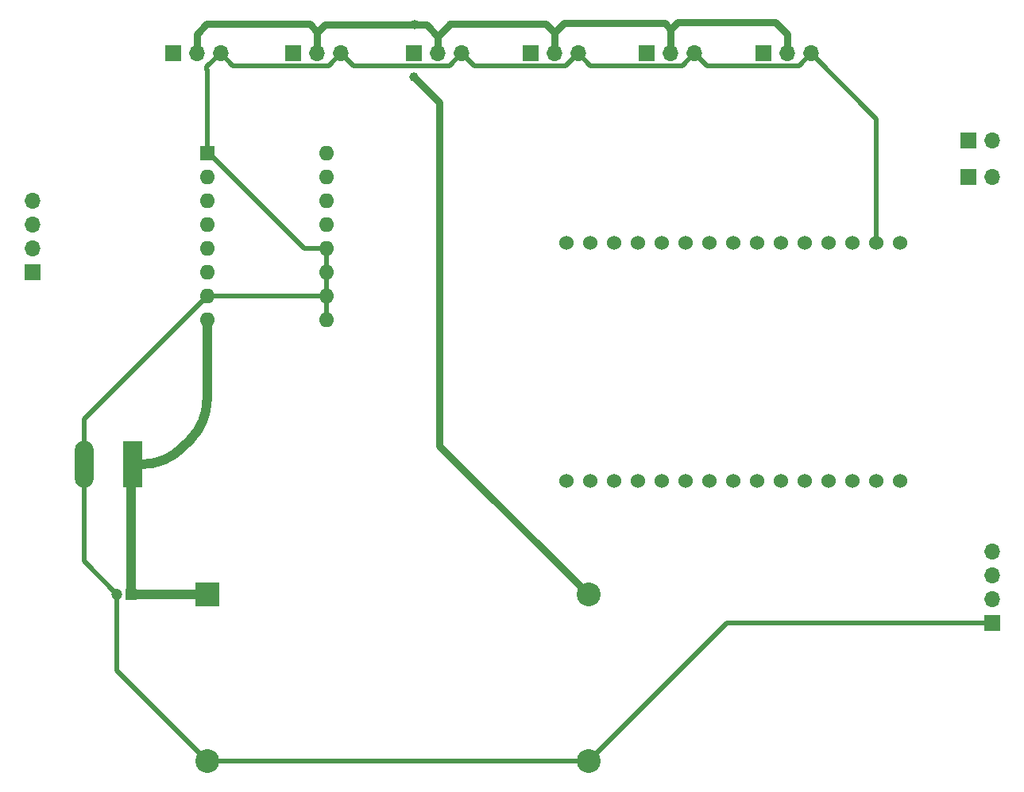
<source format=gbr>
%TF.GenerationSoftware,KiCad,Pcbnew,8.0.9*%
%TF.CreationDate,2025-04-18T23:28:21-04:00*%
%TF.ProjectId,NathanHuang_Sp25_1,4e617468-616e-4487-9561-6e675f537032,rev?*%
%TF.SameCoordinates,Original*%
%TF.FileFunction,Copper,L2,Bot*%
%TF.FilePolarity,Positive*%
%FSLAX46Y46*%
G04 Gerber Fmt 4.6, Leading zero omitted, Abs format (unit mm)*
G04 Created by KiCad (PCBNEW 8.0.9) date 2025-04-18 23:28:21*
%MOMM*%
%LPD*%
G01*
G04 APERTURE LIST*
%TA.AperFunction,ComponentPad*%
%ADD10R,1.700000X1.700000*%
%TD*%
%TA.AperFunction,ComponentPad*%
%ADD11O,1.700000X1.700000*%
%TD*%
%TA.AperFunction,ComponentPad*%
%ADD12R,1.600000X1.600000*%
%TD*%
%TA.AperFunction,ComponentPad*%
%ADD13O,1.600000X1.600000*%
%TD*%
%TA.AperFunction,ComponentPad*%
%ADD14C,1.524000*%
%TD*%
%TA.AperFunction,ComponentPad*%
%ADD15R,1.200000X1.200000*%
%TD*%
%TA.AperFunction,ComponentPad*%
%ADD16C,1.200000*%
%TD*%
%TA.AperFunction,ComponentPad*%
%ADD17R,2.020000X5.020000*%
%TD*%
%TA.AperFunction,ComponentPad*%
%ADD18O,2.020000X5.020000*%
%TD*%
%TA.AperFunction,ComponentPad*%
%ADD19R,2.540000X2.540000*%
%TD*%
%TA.AperFunction,ComponentPad*%
%ADD20C,2.540000*%
%TD*%
%TA.AperFunction,ViaPad*%
%ADD21C,1.000000*%
%TD*%
%TA.AperFunction,Conductor*%
%ADD22C,0.500000*%
%TD*%
%TA.AperFunction,Conductor*%
%ADD23C,1.000000*%
%TD*%
%TA.AperFunction,Conductor*%
%ADD24C,0.750000*%
%TD*%
G04 APERTURE END LIST*
D10*
%TO.P,M2,1,-*%
%TO.N,/THUMB_2*%
X111449142Y-67025000D03*
D11*
%TO.P,M2,2,+*%
%TO.N,7.2V*%
X113989142Y-67025000D03*
%TO.P,M2,3,PWM*%
%TO.N,GND*%
X116529142Y-67025000D03*
%TD*%
D12*
%TO.P,U3,1,GND*%
%TO.N,GND*%
X102230000Y-77635000D03*
D13*
%TO.P,U3,2,VDD*%
%TO.N,+3V3*%
X102230000Y-80175000D03*
%TO.P,U3,3,1B*%
%TO.N,Net-(U3-1B)*%
X102230000Y-82715000D03*
%TO.P,U3,4,1A*%
%TO.N,Net-(U3-1A)*%
X102230000Y-85255000D03*
%TO.P,U3,5,2A*%
%TO.N,Net-(M7--)*%
X102230000Y-87795000D03*
%TO.P,U3,6,2B*%
%TO.N,Net-(U3-2B)*%
X102230000Y-90335000D03*
%TO.P,U3,7,GND*%
%TO.N,GND*%
X102230000Y-92875000D03*
%TO.P,U3,8,VMOT*%
%TO.N,+12V*%
X102230000Y-95415000D03*
%TO.P,U3,9,~{ENABLE}*%
%TO.N,GND*%
X114930000Y-95415000D03*
%TO.P,U3,10,MS1*%
X114930000Y-92875000D03*
%TO.P,U3,11,MS2*%
X114930000Y-90335000D03*
%TO.P,U3,12,MS3*%
X114930000Y-87795000D03*
%TO.P,U3,13,~{RESET}*%
%TO.N,unconnected-(U3-~{RESET}-Pad13)*%
X114930000Y-85255000D03*
%TO.P,U3,14,~{SLEEP}*%
%TO.N,unconnected-(U3-~{SLEEP}-Pad14)*%
X114930000Y-82715000D03*
%TO.P,U3,15,STEP*%
%TO.N,/STEP_PIN*%
X114930000Y-80175000D03*
%TO.P,U3,16,DIR*%
%TO.N,/DIR_PIN*%
X114930000Y-77635000D03*
%TD*%
D14*
%TO.P,U1,1,EN*%
%TO.N,+3V3*%
X140565000Y-112650000D03*
%TO.P,U1,2,VP*%
%TO.N,unconnected-(U1-VP-Pad2)*%
X143105000Y-112650000D03*
%TO.P,U1,3,VN*%
%TO.N,unconnected-(U1-VN-Pad3)*%
X145645000Y-112650000D03*
%TO.P,U1,4,G34*%
%TO.N,/STEP_PIN*%
X148185000Y-112650000D03*
%TO.P,U1,5,G35*%
%TO.N,/DIR_PIN*%
X150725000Y-112650000D03*
%TO.P,U1,6,G32*%
%TO.N,unconnected-(U1-G32-Pad6)*%
X153265000Y-112650000D03*
%TO.P,U1,7,G33*%
%TO.N,unconnected-(U1-G33-Pad7)*%
X155805000Y-112650000D03*
%TO.P,U1,8,G25*%
%TO.N,unconnected-(U1-G25-Pad8)*%
X158345000Y-112650000D03*
%TO.P,U1,9,G26*%
%TO.N,unconnected-(U1-G26-Pad9)*%
X160885000Y-112650000D03*
%TO.P,U1,10,G27*%
%TO.N,unconnected-(U1-G27-Pad10)*%
X163425000Y-112650000D03*
%TO.P,U1,11,G14*%
%TO.N,unconnected-(U1-G14-Pad11)*%
X165965000Y-112650000D03*
%TO.P,U1,12,G12*%
%TO.N,/CW*%
X168505000Y-112650000D03*
%TO.P,U1,13,G13*%
%TO.N,/DT*%
X171045000Y-112650000D03*
%TO.P,U1,14,GND*%
%TO.N,unconnected-(U1-GND-Pad14)*%
X173585000Y-112650000D03*
%TO.P,U1,15,5V*%
%TO.N,unconnected-(U1-5V-Pad15)*%
X176125000Y-112650000D03*
%TO.P,U1,16,G23*%
%TO.N,/THUMB_1*%
X140565000Y-87250000D03*
%TO.P,U1,17,G22*%
%TO.N,/THUMB_2*%
X143105000Y-87250000D03*
%TO.P,U1,18,TX0*%
%TO.N,unconnected-(U1-TX0-Pad18)*%
X145645000Y-87250000D03*
%TO.P,U1,19,RX0*%
%TO.N,unconnected-(U1-RX0-Pad19)*%
X148185000Y-87250000D03*
%TO.P,U1,20,G21*%
%TO.N,/INDEX*%
X150725000Y-87250000D03*
%TO.P,U1,21,G19*%
%TO.N,/MIDDLE*%
X153265000Y-87250000D03*
%TO.P,U1,22,G18*%
%TO.N,/RING*%
X155805000Y-87250000D03*
%TO.P,U1,23,D5*%
%TO.N,unconnected-(U1-D5-Pad23)*%
X158345000Y-87250000D03*
%TO.P,U1,24,TX2*%
%TO.N,unconnected-(U1-TX2-Pad24)*%
X160885000Y-87250000D03*
%TO.P,U1,25,RX2*%
%TO.N,unconnected-(U1-RX2-Pad25)*%
X163425000Y-87250000D03*
%TO.P,U1,26,G4*%
%TO.N,/PINKIE*%
X165965000Y-87250000D03*
%TO.P,U1,27,G2*%
%TO.N,/LIMIT_1*%
X168505000Y-87250000D03*
%TO.P,U1,28,G15*%
%TO.N,/LIMIT_2*%
X171045000Y-87250000D03*
%TO.P,U1,29,GND*%
%TO.N,GND*%
X173585000Y-87250000D03*
%TO.P,U1,30,3V3*%
%TO.N,+3V3*%
X176125000Y-87250000D03*
%TD*%
D10*
%TO.P,SW1,1,A*%
%TO.N,/LIMIT_1*%
X183360000Y-76325000D03*
D11*
%TO.P,SW1,2,B*%
%TO.N,+3V3*%
X185900000Y-76325000D03*
%TD*%
D10*
%TO.P,U4,1,GND*%
%TO.N,GND*%
X185900000Y-127830000D03*
D11*
%TO.P,U4,2,VCC*%
%TO.N,+3V3*%
X185900000Y-125290000D03*
%TO.P,U4,3,CW*%
%TO.N,/CW*%
X185900000Y-122750000D03*
%TO.P,U4,4,DT*%
%TO.N,/DT*%
X185900000Y-120210000D03*
%TD*%
D10*
%TO.P,M1,1,-*%
%TO.N,/THUMB_1*%
X98600000Y-67025000D03*
D11*
%TO.P,M1,2,+*%
%TO.N,7.2V*%
X101140000Y-67025000D03*
%TO.P,M1,3,PWM*%
%TO.N,GND*%
X103680000Y-67025000D03*
%TD*%
D15*
%TO.P,C1,1*%
%TO.N,+12V*%
X94122600Y-124700000D03*
D16*
%TO.P,C1,2*%
%TO.N,GND*%
X92622600Y-124700000D03*
%TD*%
D10*
%TO.P,SW2,1,A*%
%TO.N,/LIMIT_2*%
X183360000Y-80225000D03*
D11*
%TO.P,SW2,2,B*%
%TO.N,+3V3*%
X185900000Y-80225000D03*
%TD*%
D17*
%TO.P,J1,1*%
%TO.N,+12V*%
X94285000Y-110850000D03*
D18*
%TO.P,J1,2*%
%TO.N,GND*%
X89105000Y-110850000D03*
%TD*%
D19*
%TO.P,U2,1,Vin*%
%TO.N,+12V*%
X102275000Y-124760000D03*
D20*
%TO.P,U2,2,GND*%
%TO.N,GND*%
X102275000Y-142540000D03*
%TO.P,U2,3,GND*%
X142915000Y-142540000D03*
%TO.P,U2,4,Vout*%
%TO.N,7.2V*%
X142915000Y-124760000D03*
%TD*%
D10*
%TO.P,M5,1,-*%
%TO.N,/RING*%
X149115140Y-67025000D03*
D11*
%TO.P,M5,2,+*%
%TO.N,7.2V*%
X151655140Y-67025000D03*
%TO.P,M5,3,PWM*%
%TO.N,GND*%
X154195140Y-67025000D03*
%TD*%
D10*
%TO.P,M6,1,-*%
%TO.N,/PINKIE*%
X161523572Y-67025000D03*
D11*
%TO.P,M6,2,+*%
%TO.N,7.2V*%
X164063572Y-67025000D03*
%TO.P,M6,3,PWM*%
%TO.N,GND*%
X166603572Y-67025000D03*
%TD*%
D10*
%TO.P,M3,1,-*%
%TO.N,/INDEX*%
X124298284Y-67025000D03*
D11*
%TO.P,M3,2,+*%
%TO.N,7.2V*%
X126838284Y-67025000D03*
%TO.P,M3,3,PWM*%
%TO.N,GND*%
X129378284Y-67025000D03*
%TD*%
D10*
%TO.P,M4,1,-*%
%TO.N,/MIDDLE*%
X136706712Y-67025000D03*
D11*
%TO.P,M4,2,+*%
%TO.N,7.2V*%
X139246712Y-67025000D03*
%TO.P,M4,3,PWM*%
%TO.N,GND*%
X141786712Y-67025000D03*
%TD*%
D10*
%TO.P,M7,1*%
%TO.N,Net-(U3-2B)*%
X83620000Y-90375000D03*
D11*
%TO.P,M7,2,-*%
%TO.N,Net-(M7--)*%
X83620000Y-87835000D03*
%TO.P,M7,3*%
%TO.N,Net-(U3-1A)*%
X83620000Y-85295000D03*
%TO.P,M7,4*%
%TO.N,Net-(U3-1B)*%
X83620000Y-82755000D03*
%TD*%
D21*
%TO.N,7.2V*%
X124300000Y-69525000D03*
X124350000Y-63950000D03*
%TD*%
D22*
%TO.N,GND*%
X114930000Y-92875000D02*
X114930000Y-95415000D01*
X104980000Y-68325000D02*
X103680000Y-67025000D01*
X152895140Y-68325000D02*
X143086712Y-68325000D01*
X102230000Y-92875000D02*
X89105000Y-106000000D01*
X102230000Y-68755000D02*
X102230000Y-77635000D01*
X143086712Y-68325000D02*
X141786712Y-67025000D01*
X128078284Y-68325000D02*
X117829142Y-68325000D01*
X165303572Y-68325000D02*
X155495140Y-68325000D01*
X130678284Y-68325000D02*
X129378284Y-67025000D01*
X89105000Y-121182400D02*
X92622600Y-124700000D01*
X92622600Y-124700000D02*
X92622600Y-132887600D01*
X116529142Y-67025000D02*
X115229142Y-68325000D01*
X115229142Y-68325000D02*
X104980000Y-68325000D01*
X142915000Y-142540000D02*
X157625000Y-127830000D01*
X117829142Y-68325000D02*
X116529142Y-67025000D01*
X103680000Y-67025000D02*
X102225000Y-68480000D01*
X154195140Y-67025000D02*
X152895140Y-68325000D01*
X114930000Y-90335000D02*
X114930000Y-92875000D01*
X114930000Y-87795000D02*
X114930000Y-90335000D01*
X142915000Y-142540000D02*
X102275000Y-142540000D01*
X102225000Y-68750000D02*
X102230000Y-68755000D01*
X89105000Y-106000000D02*
X89105000Y-110850000D01*
X92622600Y-132887600D02*
X102275000Y-142540000D01*
X173585000Y-74006428D02*
X166603572Y-67025000D01*
X112620000Y-87795000D02*
X114930000Y-87795000D01*
X155495140Y-68325000D02*
X154195140Y-67025000D01*
X173585000Y-87250000D02*
X173585000Y-74006428D01*
X114930000Y-92875000D02*
X102230000Y-92875000D01*
X141786712Y-67025000D02*
X140486712Y-68325000D01*
X102460000Y-77635000D02*
X112620000Y-87795000D01*
X89105000Y-110850000D02*
X89105000Y-121182400D01*
X129378284Y-67025000D02*
X128078284Y-68325000D01*
X166603572Y-67025000D02*
X165303572Y-68325000D01*
X102230000Y-77635000D02*
X102460000Y-77635000D01*
X140486712Y-68325000D02*
X130678284Y-68325000D01*
X102225000Y-68480000D02*
X102225000Y-68750000D01*
X157625000Y-127830000D02*
X185900000Y-127830000D01*
D23*
%TO.N,+12V*%
X94182600Y-124760000D02*
X94122600Y-124700000D01*
X94122600Y-124700000D02*
X94122600Y-111012400D01*
X102230000Y-103959719D02*
X102230000Y-95415000D01*
X102275000Y-124760000D02*
X94182600Y-124760000D01*
X94285000Y-110850000D02*
X95339719Y-110850000D01*
X94122600Y-111012400D02*
X94285000Y-110850000D01*
X99582360Y-109092640D02*
X100472641Y-108202359D01*
X100472641Y-108202359D02*
G75*
G03*
X102230013Y-103959719I-4242641J4242659D01*
G01*
X99582360Y-109092640D02*
G75*
G02*
X95339719Y-110850013I-4242660J4242640D01*
G01*
D24*
%TO.N,7.2V*%
X152400000Y-63675000D02*
X162775000Y-63675000D01*
X140293424Y-63750000D02*
X142125000Y-63750000D01*
X113989142Y-64760858D02*
X113989142Y-64689142D01*
X113989142Y-67025000D02*
X113989142Y-64760858D01*
X142915000Y-124760000D02*
X127025000Y-108870000D01*
X113989142Y-64760858D02*
X114800000Y-63950000D01*
X126838284Y-65188284D02*
X126838284Y-67025000D01*
X128050000Y-63976568D02*
X128050000Y-63850000D01*
X114800000Y-63950000D02*
X124350000Y-63950000D01*
X101140000Y-64935000D02*
X101140000Y-67025000D01*
X127025000Y-72250000D02*
X124300000Y-69525000D01*
X139246712Y-64796712D02*
X139246712Y-67025000D01*
X151655140Y-64419860D02*
X152400000Y-63675000D01*
X113989142Y-64689142D02*
X113175000Y-63875000D01*
X142150000Y-63775000D02*
X151000000Y-63775000D01*
X113175000Y-63875000D02*
X102200000Y-63875000D01*
X126838284Y-65188284D02*
X128050000Y-63976568D01*
X162775000Y-63675000D02*
X164063572Y-64963572D01*
X151655140Y-64430140D02*
X151655140Y-67025000D01*
X142125000Y-63750000D02*
X142150000Y-63775000D01*
X102200000Y-63875000D02*
X101140000Y-64935000D01*
X138300000Y-63850000D02*
X139246712Y-64796712D01*
X124350000Y-63950000D02*
X125600000Y-63950000D01*
X164063572Y-64963572D02*
X164063572Y-67025000D01*
X128050000Y-63850000D02*
X138300000Y-63850000D01*
X125600000Y-63950000D02*
X126838284Y-65188284D01*
X151000000Y-63775000D02*
X151655140Y-64430140D01*
X139246712Y-64796712D02*
X140293424Y-63750000D01*
X127025000Y-108870000D02*
X127025000Y-72250000D01*
X151655140Y-64430140D02*
X151655140Y-64419860D01*
%TD*%
M02*

</source>
